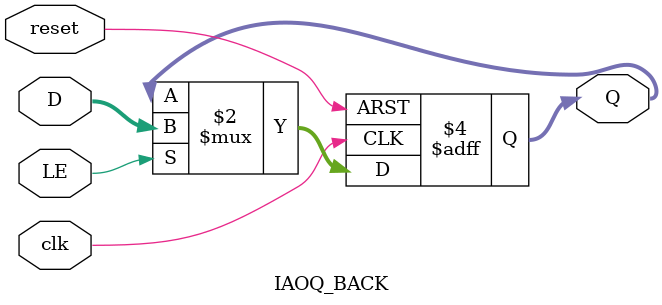
<source format=v>

module IAOQ_BACK (
    input clk,
    input reset,
    input LE,                // Load Enable
    input [31:0] D,          // Data input
    output reg [31:0] Q      // Output (current PC value)
);

always @(posedge clk or posedge reset) begin
    if (reset)
        Q <= 32'd4;
    else if (LE)
        Q <= D;
end
endmodule

</source>
